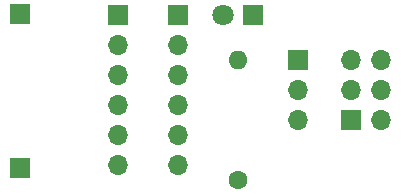
<source format=gbr>
%TF.GenerationSoftware,KiCad,Pcbnew,8.0.3*%
%TF.CreationDate,2024-07-07T19:01:36+09:00*%
%TF.ProjectId,next_usb_device,6e657874-5f75-4736-925f-646576696365,rev?*%
%TF.SameCoordinates,Original*%
%TF.FileFunction,Soldermask,Top*%
%TF.FilePolarity,Negative*%
%FSLAX46Y46*%
G04 Gerber Fmt 4.6, Leading zero omitted, Abs format (unit mm)*
G04 Created by KiCad (PCBNEW 8.0.3) date 2024-07-07 19:01:36*
%MOMM*%
%LPD*%
G01*
G04 APERTURE LIST*
%ADD10R,1.700000X1.700000*%
%ADD11O,1.700000X1.700000*%
%ADD12C,1.600000*%
%ADD13O,1.600000X1.600000*%
%ADD14R,1.800000X1.800000*%
%ADD15C,1.800000*%
G04 APERTURE END LIST*
D10*
%TO.C,J1*%
X114300000Y-66040000D03*
D11*
X114300000Y-68580000D03*
X114300000Y-71120000D03*
X114300000Y-73660000D03*
X114300000Y-76200000D03*
X114300000Y-78740000D03*
%TD*%
D12*
%TO.C,R1*%
X124460000Y-80010000D03*
D13*
X124460000Y-69850000D03*
%TD*%
D10*
%TO.C,REF\u002A\u002A*%
X106000000Y-79000000D03*
%TD*%
%TO.C,J3*%
X134075000Y-74915000D03*
D11*
X136615000Y-74915000D03*
X134075000Y-72375000D03*
X136615000Y-72375000D03*
X134075000Y-69835000D03*
X136615000Y-69835000D03*
%TD*%
D14*
%TO.C,D1*%
X125730000Y-66040000D03*
D15*
X123190000Y-66040000D03*
%TD*%
D10*
%TO.C,J4*%
X119380000Y-66040000D03*
D11*
X119380000Y-68580000D03*
X119380000Y-71120000D03*
X119380000Y-73660000D03*
X119380000Y-76200000D03*
X119380000Y-78740000D03*
%TD*%
D10*
%TO.C,REF\u002A\u002A*%
X106000000Y-66000000D03*
%TD*%
%TO.C,J2*%
X129540000Y-69850000D03*
D11*
X129540000Y-72390000D03*
X129540000Y-74930000D03*
%TD*%
M02*

</source>
